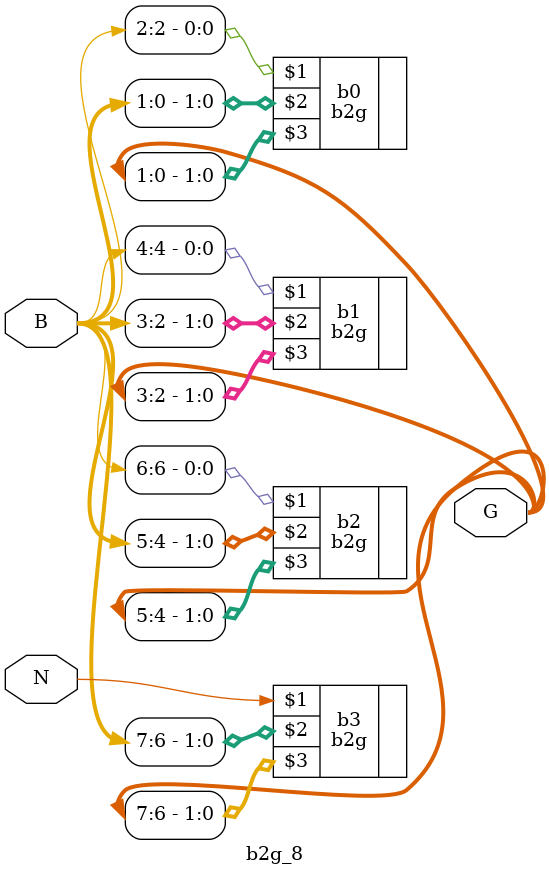
<source format=v>
`timescale 1ns / 1ps


module b2g_8(
    input N, 
    input [7:0] B,
    output [7:0] G
    );

    b2g b3(N, B[7:6], G[7:6]);
    b2g b2(B[6], B[5:4], G[5:4]);
    b2g b1(B[4], B[3:2], G[3:2]);
    b2g b0(B[2], B[1:0], G[1:0]);

endmodule

</source>
